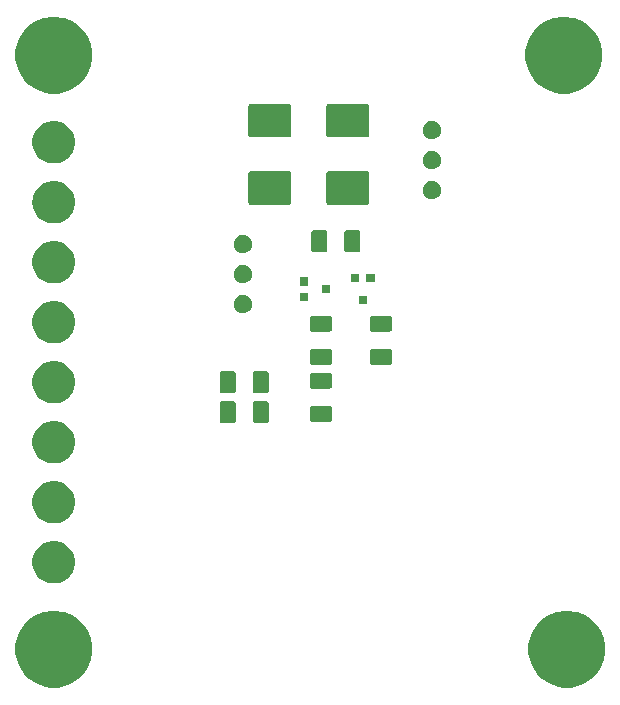
<source format=gbr>
G04 #@! TF.GenerationSoftware,KiCad,Pcbnew,(5.1.5)-3*
G04 #@! TF.CreationDate,2022-05-11T11:14:05-04:00*
G04 #@! TF.ProjectId,FuzzFace,46757a7a-4661-4636-952e-6b696361645f,rev?*
G04 #@! TF.SameCoordinates,Original*
G04 #@! TF.FileFunction,Soldermask,Top*
G04 #@! TF.FilePolarity,Negative*
%FSLAX46Y46*%
G04 Gerber Fmt 4.6, Leading zero omitted, Abs format (unit mm)*
G04 Created by KiCad (PCBNEW (5.1.5)-3) date 2022-05-11 11:14:05*
%MOMM*%
%LPD*%
G04 APERTURE LIST*
%ADD10C,0.100000*%
G04 APERTURE END LIST*
D10*
G36*
X99948239Y-77837467D02*
G01*
X100262282Y-77899934D01*
X100853926Y-78145001D01*
X101386392Y-78500784D01*
X101839216Y-78953608D01*
X102194999Y-79486074D01*
X102440066Y-80077718D01*
X102565000Y-80705804D01*
X102565000Y-81346196D01*
X102440066Y-81974282D01*
X102194999Y-82565926D01*
X101839216Y-83098392D01*
X101386392Y-83551216D01*
X100853926Y-83906999D01*
X100262282Y-84152066D01*
X99948239Y-84214533D01*
X99634197Y-84277000D01*
X98993803Y-84277000D01*
X98679761Y-84214533D01*
X98365718Y-84152066D01*
X97774074Y-83906999D01*
X97241608Y-83551216D01*
X96788784Y-83098392D01*
X96433001Y-82565926D01*
X96187934Y-81974282D01*
X96063000Y-81346196D01*
X96063000Y-80705804D01*
X96187934Y-80077718D01*
X96433001Y-79486074D01*
X96788784Y-78953608D01*
X97241608Y-78500784D01*
X97774074Y-78145001D01*
X98365718Y-77899934D01*
X98679761Y-77837467D01*
X98993803Y-77775000D01*
X99634197Y-77775000D01*
X99948239Y-77837467D01*
G37*
G36*
X56514239Y-77837467D02*
G01*
X56828282Y-77899934D01*
X57419926Y-78145001D01*
X57952392Y-78500784D01*
X58405216Y-78953608D01*
X58760999Y-79486074D01*
X59006066Y-80077718D01*
X59131000Y-80705804D01*
X59131000Y-81346196D01*
X59006066Y-81974282D01*
X58760999Y-82565926D01*
X58405216Y-83098392D01*
X57952392Y-83551216D01*
X57419926Y-83906999D01*
X56828282Y-84152066D01*
X56514239Y-84214533D01*
X56200197Y-84277000D01*
X55559803Y-84277000D01*
X55245761Y-84214533D01*
X54931718Y-84152066D01*
X54340074Y-83906999D01*
X53807608Y-83551216D01*
X53354784Y-83098392D01*
X52999001Y-82565926D01*
X52753934Y-81974282D01*
X52629000Y-81346196D01*
X52629000Y-80705804D01*
X52753934Y-80077718D01*
X52999001Y-79486074D01*
X53354784Y-78953608D01*
X53807608Y-78500784D01*
X54340074Y-78145001D01*
X54931718Y-77899934D01*
X55245761Y-77837467D01*
X55559803Y-77775000D01*
X56200197Y-77775000D01*
X56514239Y-77837467D01*
G37*
G36*
X56106905Y-71868789D02*
G01*
X56405350Y-71928153D01*
X56733122Y-72063921D01*
X57028109Y-72261025D01*
X57278975Y-72511891D01*
X57476079Y-72806878D01*
X57611847Y-73134650D01*
X57681060Y-73482611D01*
X57681060Y-73837389D01*
X57611847Y-74185350D01*
X57476079Y-74513122D01*
X57278975Y-74808109D01*
X57028109Y-75058975D01*
X56733122Y-75256079D01*
X56405350Y-75391847D01*
X56106905Y-75451211D01*
X56057390Y-75461060D01*
X55702610Y-75461060D01*
X55653095Y-75451211D01*
X55354650Y-75391847D01*
X55026878Y-75256079D01*
X54731891Y-75058975D01*
X54481025Y-74808109D01*
X54283921Y-74513122D01*
X54148153Y-74185350D01*
X54078940Y-73837389D01*
X54078940Y-73482611D01*
X54148153Y-73134650D01*
X54283921Y-72806878D01*
X54481025Y-72511891D01*
X54731891Y-72261025D01*
X55026878Y-72063921D01*
X55354650Y-71928153D01*
X55653095Y-71868789D01*
X55702610Y-71858940D01*
X56057390Y-71858940D01*
X56106905Y-71868789D01*
G37*
G36*
X56106905Y-66788789D02*
G01*
X56405350Y-66848153D01*
X56733122Y-66983921D01*
X57028109Y-67181025D01*
X57278975Y-67431891D01*
X57476079Y-67726878D01*
X57611847Y-68054650D01*
X57681060Y-68402611D01*
X57681060Y-68757389D01*
X57611847Y-69105350D01*
X57476079Y-69433122D01*
X57278975Y-69728109D01*
X57028109Y-69978975D01*
X56733122Y-70176079D01*
X56405350Y-70311847D01*
X56106905Y-70371211D01*
X56057390Y-70381060D01*
X55702610Y-70381060D01*
X55653095Y-70371211D01*
X55354650Y-70311847D01*
X55026878Y-70176079D01*
X54731891Y-69978975D01*
X54481025Y-69728109D01*
X54283921Y-69433122D01*
X54148153Y-69105350D01*
X54078940Y-68757389D01*
X54078940Y-68402611D01*
X54148153Y-68054650D01*
X54283921Y-67726878D01*
X54481025Y-67431891D01*
X54731891Y-67181025D01*
X55026878Y-66983921D01*
X55354650Y-66848153D01*
X55653095Y-66788789D01*
X55702610Y-66778940D01*
X56057390Y-66778940D01*
X56106905Y-66788789D01*
G37*
G36*
X56104652Y-61708341D02*
G01*
X56405350Y-61768153D01*
X56733122Y-61903921D01*
X57028109Y-62101025D01*
X57278975Y-62351891D01*
X57476079Y-62646878D01*
X57611847Y-62974650D01*
X57681060Y-63322611D01*
X57681060Y-63677389D01*
X57611847Y-64025350D01*
X57476079Y-64353122D01*
X57278975Y-64648109D01*
X57028109Y-64898975D01*
X56733122Y-65096079D01*
X56405350Y-65231847D01*
X56106905Y-65291211D01*
X56057390Y-65301060D01*
X55702610Y-65301060D01*
X55653095Y-65291211D01*
X55354650Y-65231847D01*
X55026878Y-65096079D01*
X54731891Y-64898975D01*
X54481025Y-64648109D01*
X54283921Y-64353122D01*
X54148153Y-64025350D01*
X54078940Y-63677389D01*
X54078940Y-63322611D01*
X54148153Y-62974650D01*
X54283921Y-62646878D01*
X54481025Y-62351891D01*
X54731891Y-62101025D01*
X55026878Y-61903921D01*
X55354650Y-61768153D01*
X55655348Y-61708341D01*
X55702610Y-61698940D01*
X56057390Y-61698940D01*
X56104652Y-61708341D01*
G37*
G36*
X71130604Y-60038347D02*
G01*
X71167144Y-60049432D01*
X71200821Y-60067433D01*
X71230341Y-60091659D01*
X71254567Y-60121179D01*
X71272568Y-60154856D01*
X71283653Y-60191396D01*
X71288000Y-60235538D01*
X71288000Y-61684462D01*
X71283653Y-61728604D01*
X71272568Y-61765144D01*
X71254567Y-61798821D01*
X71230341Y-61828341D01*
X71200821Y-61852567D01*
X71167144Y-61870568D01*
X71130604Y-61881653D01*
X71086462Y-61886000D01*
X70137538Y-61886000D01*
X70093396Y-61881653D01*
X70056856Y-61870568D01*
X70023179Y-61852567D01*
X69993659Y-61828341D01*
X69969433Y-61798821D01*
X69951432Y-61765144D01*
X69940347Y-61728604D01*
X69936000Y-61684462D01*
X69936000Y-60235538D01*
X69940347Y-60191396D01*
X69951432Y-60154856D01*
X69969433Y-60121179D01*
X69993659Y-60091659D01*
X70023179Y-60067433D01*
X70056856Y-60049432D01*
X70093396Y-60038347D01*
X70137538Y-60034000D01*
X71086462Y-60034000D01*
X71130604Y-60038347D01*
G37*
G36*
X73930604Y-60038347D02*
G01*
X73967144Y-60049432D01*
X74000821Y-60067433D01*
X74030341Y-60091659D01*
X74054567Y-60121179D01*
X74072568Y-60154856D01*
X74083653Y-60191396D01*
X74088000Y-60235538D01*
X74088000Y-61684462D01*
X74083653Y-61728604D01*
X74072568Y-61765144D01*
X74054567Y-61798821D01*
X74030341Y-61828341D01*
X74000821Y-61852567D01*
X73967144Y-61870568D01*
X73930604Y-61881653D01*
X73886462Y-61886000D01*
X72937538Y-61886000D01*
X72893396Y-61881653D01*
X72856856Y-61870568D01*
X72823179Y-61852567D01*
X72793659Y-61828341D01*
X72769433Y-61798821D01*
X72751432Y-61765144D01*
X72740347Y-61728604D01*
X72736000Y-61684462D01*
X72736000Y-60235538D01*
X72740347Y-60191396D01*
X72751432Y-60154856D01*
X72769433Y-60121179D01*
X72793659Y-60091659D01*
X72823179Y-60067433D01*
X72856856Y-60049432D01*
X72893396Y-60038347D01*
X72937538Y-60034000D01*
X73886462Y-60034000D01*
X73930604Y-60038347D01*
G37*
G36*
X79254604Y-60418347D02*
G01*
X79291144Y-60429432D01*
X79324821Y-60447433D01*
X79354341Y-60471659D01*
X79378567Y-60501179D01*
X79396568Y-60534856D01*
X79407653Y-60571396D01*
X79412000Y-60615538D01*
X79412000Y-61564462D01*
X79407653Y-61608604D01*
X79396568Y-61645144D01*
X79378567Y-61678821D01*
X79354341Y-61708341D01*
X79324821Y-61732567D01*
X79291144Y-61750568D01*
X79254604Y-61761653D01*
X79210462Y-61766000D01*
X77761538Y-61766000D01*
X77717396Y-61761653D01*
X77680856Y-61750568D01*
X77647179Y-61732567D01*
X77617659Y-61708341D01*
X77593433Y-61678821D01*
X77575432Y-61645144D01*
X77564347Y-61608604D01*
X77560000Y-61564462D01*
X77560000Y-60615538D01*
X77564347Y-60571396D01*
X77575432Y-60534856D01*
X77593433Y-60501179D01*
X77617659Y-60471659D01*
X77647179Y-60447433D01*
X77680856Y-60429432D01*
X77717396Y-60418347D01*
X77761538Y-60414000D01*
X79210462Y-60414000D01*
X79254604Y-60418347D01*
G37*
G36*
X56106905Y-56628789D02*
G01*
X56405350Y-56688153D01*
X56733122Y-56823921D01*
X57028109Y-57021025D01*
X57278975Y-57271891D01*
X57476079Y-57566878D01*
X57611847Y-57894650D01*
X57681060Y-58242611D01*
X57681060Y-58597389D01*
X57611847Y-58945350D01*
X57476079Y-59273122D01*
X57278975Y-59568109D01*
X57028109Y-59818975D01*
X56733122Y-60016079D01*
X56405350Y-60151847D01*
X56106905Y-60211211D01*
X56057390Y-60221060D01*
X55702610Y-60221060D01*
X55653095Y-60211211D01*
X55354650Y-60151847D01*
X55026878Y-60016079D01*
X54731891Y-59818975D01*
X54481025Y-59568109D01*
X54283921Y-59273122D01*
X54148153Y-58945350D01*
X54078940Y-58597389D01*
X54078940Y-58242611D01*
X54148153Y-57894650D01*
X54283921Y-57566878D01*
X54481025Y-57271891D01*
X54731891Y-57021025D01*
X55026878Y-56823921D01*
X55354650Y-56688153D01*
X55653095Y-56628789D01*
X55702610Y-56618940D01*
X56057390Y-56618940D01*
X56106905Y-56628789D01*
G37*
G36*
X71124604Y-57498347D02*
G01*
X71161144Y-57509432D01*
X71194821Y-57527433D01*
X71224341Y-57551659D01*
X71248567Y-57581179D01*
X71266568Y-57614856D01*
X71277653Y-57651396D01*
X71282000Y-57695538D01*
X71282000Y-59144462D01*
X71277653Y-59188604D01*
X71266568Y-59225144D01*
X71248567Y-59258821D01*
X71224341Y-59288341D01*
X71194821Y-59312567D01*
X71161144Y-59330568D01*
X71124604Y-59341653D01*
X71080462Y-59346000D01*
X70131538Y-59346000D01*
X70087396Y-59341653D01*
X70050856Y-59330568D01*
X70017179Y-59312567D01*
X69987659Y-59288341D01*
X69963433Y-59258821D01*
X69945432Y-59225144D01*
X69934347Y-59188604D01*
X69930000Y-59144462D01*
X69930000Y-57695538D01*
X69934347Y-57651396D01*
X69945432Y-57614856D01*
X69963433Y-57581179D01*
X69987659Y-57551659D01*
X70017179Y-57527433D01*
X70050856Y-57509432D01*
X70087396Y-57498347D01*
X70131538Y-57494000D01*
X71080462Y-57494000D01*
X71124604Y-57498347D01*
G37*
G36*
X73924604Y-57498347D02*
G01*
X73961144Y-57509432D01*
X73994821Y-57527433D01*
X74024341Y-57551659D01*
X74048567Y-57581179D01*
X74066568Y-57614856D01*
X74077653Y-57651396D01*
X74082000Y-57695538D01*
X74082000Y-59144462D01*
X74077653Y-59188604D01*
X74066568Y-59225144D01*
X74048567Y-59258821D01*
X74024341Y-59288341D01*
X73994821Y-59312567D01*
X73961144Y-59330568D01*
X73924604Y-59341653D01*
X73880462Y-59346000D01*
X72931538Y-59346000D01*
X72887396Y-59341653D01*
X72850856Y-59330568D01*
X72817179Y-59312567D01*
X72787659Y-59288341D01*
X72763433Y-59258821D01*
X72745432Y-59225144D01*
X72734347Y-59188604D01*
X72730000Y-59144462D01*
X72730000Y-57695538D01*
X72734347Y-57651396D01*
X72745432Y-57614856D01*
X72763433Y-57581179D01*
X72787659Y-57551659D01*
X72817179Y-57527433D01*
X72850856Y-57509432D01*
X72887396Y-57498347D01*
X72931538Y-57494000D01*
X73880462Y-57494000D01*
X73924604Y-57498347D01*
G37*
G36*
X79254604Y-57618347D02*
G01*
X79291144Y-57629432D01*
X79324821Y-57647433D01*
X79354341Y-57671659D01*
X79378567Y-57701179D01*
X79396568Y-57734856D01*
X79407653Y-57771396D01*
X79412000Y-57815538D01*
X79412000Y-58764462D01*
X79407653Y-58808604D01*
X79396568Y-58845144D01*
X79378567Y-58878821D01*
X79354341Y-58908341D01*
X79324821Y-58932567D01*
X79291144Y-58950568D01*
X79254604Y-58961653D01*
X79210462Y-58966000D01*
X77761538Y-58966000D01*
X77717396Y-58961653D01*
X77680856Y-58950568D01*
X77647179Y-58932567D01*
X77617659Y-58908341D01*
X77593433Y-58878821D01*
X77575432Y-58845144D01*
X77564347Y-58808604D01*
X77560000Y-58764462D01*
X77560000Y-57815538D01*
X77564347Y-57771396D01*
X77575432Y-57734856D01*
X77593433Y-57701179D01*
X77617659Y-57671659D01*
X77647179Y-57647433D01*
X77680856Y-57629432D01*
X77717396Y-57618347D01*
X77761538Y-57614000D01*
X79210462Y-57614000D01*
X79254604Y-57618347D01*
G37*
G36*
X79254604Y-55592347D02*
G01*
X79291144Y-55603432D01*
X79324821Y-55621433D01*
X79354341Y-55645659D01*
X79378567Y-55675179D01*
X79396568Y-55708856D01*
X79407653Y-55745396D01*
X79412000Y-55789538D01*
X79412000Y-56738462D01*
X79407653Y-56782604D01*
X79396568Y-56819144D01*
X79378567Y-56852821D01*
X79354341Y-56882341D01*
X79324821Y-56906567D01*
X79291144Y-56924568D01*
X79254604Y-56935653D01*
X79210462Y-56940000D01*
X77761538Y-56940000D01*
X77717396Y-56935653D01*
X77680856Y-56924568D01*
X77647179Y-56906567D01*
X77617659Y-56882341D01*
X77593433Y-56852821D01*
X77575432Y-56819144D01*
X77564347Y-56782604D01*
X77560000Y-56738462D01*
X77560000Y-55789538D01*
X77564347Y-55745396D01*
X77575432Y-55708856D01*
X77593433Y-55675179D01*
X77617659Y-55645659D01*
X77647179Y-55621433D01*
X77680856Y-55603432D01*
X77717396Y-55592347D01*
X77761538Y-55588000D01*
X79210462Y-55588000D01*
X79254604Y-55592347D01*
G37*
G36*
X84334604Y-55592347D02*
G01*
X84371144Y-55603432D01*
X84404821Y-55621433D01*
X84434341Y-55645659D01*
X84458567Y-55675179D01*
X84476568Y-55708856D01*
X84487653Y-55745396D01*
X84492000Y-55789538D01*
X84492000Y-56738462D01*
X84487653Y-56782604D01*
X84476568Y-56819144D01*
X84458567Y-56852821D01*
X84434341Y-56882341D01*
X84404821Y-56906567D01*
X84371144Y-56924568D01*
X84334604Y-56935653D01*
X84290462Y-56940000D01*
X82841538Y-56940000D01*
X82797396Y-56935653D01*
X82760856Y-56924568D01*
X82727179Y-56906567D01*
X82697659Y-56882341D01*
X82673433Y-56852821D01*
X82655432Y-56819144D01*
X82644347Y-56782604D01*
X82640000Y-56738462D01*
X82640000Y-55789538D01*
X82644347Y-55745396D01*
X82655432Y-55708856D01*
X82673433Y-55675179D01*
X82697659Y-55645659D01*
X82727179Y-55621433D01*
X82760856Y-55603432D01*
X82797396Y-55592347D01*
X82841538Y-55588000D01*
X84290462Y-55588000D01*
X84334604Y-55592347D01*
G37*
G36*
X56097910Y-51547000D02*
G01*
X56405350Y-51608153D01*
X56733122Y-51743921D01*
X57028109Y-51941025D01*
X57278975Y-52191891D01*
X57476079Y-52486878D01*
X57611847Y-52814650D01*
X57681060Y-53162611D01*
X57681060Y-53517389D01*
X57611847Y-53865350D01*
X57476079Y-54193122D01*
X57278975Y-54488109D01*
X57028109Y-54738975D01*
X56733122Y-54936079D01*
X56405350Y-55071847D01*
X56106905Y-55131211D01*
X56057390Y-55141060D01*
X55702610Y-55141060D01*
X55653095Y-55131211D01*
X55354650Y-55071847D01*
X55026878Y-54936079D01*
X54731891Y-54738975D01*
X54481025Y-54488109D01*
X54283921Y-54193122D01*
X54148153Y-53865350D01*
X54078940Y-53517389D01*
X54078940Y-53162611D01*
X54148153Y-52814650D01*
X54283921Y-52486878D01*
X54481025Y-52191891D01*
X54731891Y-51941025D01*
X55026878Y-51743921D01*
X55354650Y-51608153D01*
X55662090Y-51547000D01*
X55702610Y-51538940D01*
X56057390Y-51538940D01*
X56097910Y-51547000D01*
G37*
G36*
X79254604Y-52792347D02*
G01*
X79291144Y-52803432D01*
X79324821Y-52821433D01*
X79354341Y-52845659D01*
X79378567Y-52875179D01*
X79396568Y-52908856D01*
X79407653Y-52945396D01*
X79412000Y-52989538D01*
X79412000Y-53938462D01*
X79407653Y-53982604D01*
X79396568Y-54019144D01*
X79378567Y-54052821D01*
X79354341Y-54082341D01*
X79324821Y-54106567D01*
X79291144Y-54124568D01*
X79254604Y-54135653D01*
X79210462Y-54140000D01*
X77761538Y-54140000D01*
X77717396Y-54135653D01*
X77680856Y-54124568D01*
X77647179Y-54106567D01*
X77617659Y-54082341D01*
X77593433Y-54052821D01*
X77575432Y-54019144D01*
X77564347Y-53982604D01*
X77560000Y-53938462D01*
X77560000Y-52989538D01*
X77564347Y-52945396D01*
X77575432Y-52908856D01*
X77593433Y-52875179D01*
X77617659Y-52845659D01*
X77647179Y-52821433D01*
X77680856Y-52803432D01*
X77717396Y-52792347D01*
X77761538Y-52788000D01*
X79210462Y-52788000D01*
X79254604Y-52792347D01*
G37*
G36*
X84334604Y-52792347D02*
G01*
X84371144Y-52803432D01*
X84404821Y-52821433D01*
X84434341Y-52845659D01*
X84458567Y-52875179D01*
X84476568Y-52908856D01*
X84487653Y-52945396D01*
X84492000Y-52989538D01*
X84492000Y-53938462D01*
X84487653Y-53982604D01*
X84476568Y-54019144D01*
X84458567Y-54052821D01*
X84434341Y-54082341D01*
X84404821Y-54106567D01*
X84371144Y-54124568D01*
X84334604Y-54135653D01*
X84290462Y-54140000D01*
X82841538Y-54140000D01*
X82797396Y-54135653D01*
X82760856Y-54124568D01*
X82727179Y-54106567D01*
X82697659Y-54082341D01*
X82673433Y-54052821D01*
X82655432Y-54019144D01*
X82644347Y-53982604D01*
X82640000Y-53938462D01*
X82640000Y-52989538D01*
X82644347Y-52945396D01*
X82655432Y-52908856D01*
X82673433Y-52875179D01*
X82697659Y-52845659D01*
X82727179Y-52821433D01*
X82760856Y-52803432D01*
X82797396Y-52792347D01*
X82841538Y-52788000D01*
X84290462Y-52788000D01*
X84334604Y-52792347D01*
G37*
G36*
X72007589Y-51054876D02*
G01*
X72106893Y-51074629D01*
X72247206Y-51132748D01*
X72373484Y-51217125D01*
X72480875Y-51324516D01*
X72565252Y-51450794D01*
X72623371Y-51591107D01*
X72653000Y-51740063D01*
X72653000Y-51891937D01*
X72623371Y-52040893D01*
X72565252Y-52181206D01*
X72480875Y-52307484D01*
X72373484Y-52414875D01*
X72247206Y-52499252D01*
X72106893Y-52557371D01*
X72007589Y-52577124D01*
X71957938Y-52587000D01*
X71806062Y-52587000D01*
X71756411Y-52577124D01*
X71657107Y-52557371D01*
X71516794Y-52499252D01*
X71390516Y-52414875D01*
X71283125Y-52307484D01*
X71198748Y-52181206D01*
X71140629Y-52040893D01*
X71111000Y-51891937D01*
X71111000Y-51740063D01*
X71140629Y-51591107D01*
X71198748Y-51450794D01*
X71283125Y-51324516D01*
X71390516Y-51217125D01*
X71516794Y-51132748D01*
X71657107Y-51074629D01*
X71756411Y-51054876D01*
X71806062Y-51045000D01*
X71957938Y-51045000D01*
X72007589Y-51054876D01*
G37*
G36*
X82393000Y-51797000D02*
G01*
X81691000Y-51797000D01*
X81691000Y-51145000D01*
X82393000Y-51145000D01*
X82393000Y-51797000D01*
G37*
G36*
X77379000Y-51547000D02*
G01*
X76727000Y-51547000D01*
X76727000Y-50845000D01*
X77379000Y-50845000D01*
X77379000Y-51547000D01*
G37*
G36*
X79229000Y-50897000D02*
G01*
X78577000Y-50897000D01*
X78577000Y-50195000D01*
X79229000Y-50195000D01*
X79229000Y-50897000D01*
G37*
G36*
X77379000Y-50247000D02*
G01*
X76727000Y-50247000D01*
X76727000Y-49545000D01*
X77379000Y-49545000D01*
X77379000Y-50247000D01*
G37*
G36*
X56106905Y-46468789D02*
G01*
X56405350Y-46528153D01*
X56733122Y-46663921D01*
X57028109Y-46861025D01*
X57278975Y-47111891D01*
X57476079Y-47406878D01*
X57611847Y-47734650D01*
X57681060Y-48082611D01*
X57681060Y-48437389D01*
X57611847Y-48785350D01*
X57476079Y-49113122D01*
X57278975Y-49408109D01*
X57028109Y-49658975D01*
X56733122Y-49856079D01*
X56405350Y-49991847D01*
X56128074Y-50047000D01*
X56057390Y-50061060D01*
X55702610Y-50061060D01*
X55631926Y-50047000D01*
X55354650Y-49991847D01*
X55026878Y-49856079D01*
X54731891Y-49658975D01*
X54481025Y-49408109D01*
X54283921Y-49113122D01*
X54148153Y-48785350D01*
X54078940Y-48437389D01*
X54078940Y-48082611D01*
X54148153Y-47734650D01*
X54283921Y-47406878D01*
X54481025Y-47111891D01*
X54731891Y-46861025D01*
X55026878Y-46663921D01*
X55354650Y-46528153D01*
X55653095Y-46468789D01*
X55702610Y-46458940D01*
X56057390Y-46458940D01*
X56106905Y-46468789D01*
G37*
G36*
X72007589Y-48514876D02*
G01*
X72106893Y-48534629D01*
X72247206Y-48592748D01*
X72373484Y-48677125D01*
X72480875Y-48784516D01*
X72565252Y-48910794D01*
X72623371Y-49051107D01*
X72653000Y-49200063D01*
X72653000Y-49351937D01*
X72623371Y-49500893D01*
X72565252Y-49641206D01*
X72480875Y-49767484D01*
X72373484Y-49874875D01*
X72247206Y-49959252D01*
X72106893Y-50017371D01*
X72007589Y-50037124D01*
X71957938Y-50047000D01*
X71806062Y-50047000D01*
X71756411Y-50037124D01*
X71657107Y-50017371D01*
X71516794Y-49959252D01*
X71390516Y-49874875D01*
X71283125Y-49767484D01*
X71198748Y-49641206D01*
X71140629Y-49500893D01*
X71111000Y-49351937D01*
X71111000Y-49200063D01*
X71140629Y-49051107D01*
X71198748Y-48910794D01*
X71283125Y-48784516D01*
X71390516Y-48677125D01*
X71516794Y-48592748D01*
X71657107Y-48534629D01*
X71756411Y-48514876D01*
X71806062Y-48505000D01*
X71957938Y-48505000D01*
X72007589Y-48514876D01*
G37*
G36*
X83043000Y-49947000D02*
G01*
X82341000Y-49947000D01*
X82341000Y-49295000D01*
X83043000Y-49295000D01*
X83043000Y-49947000D01*
G37*
G36*
X81743000Y-49947000D02*
G01*
X81041000Y-49947000D01*
X81041000Y-49295000D01*
X81743000Y-49295000D01*
X81743000Y-49947000D01*
G37*
G36*
X72007589Y-45974876D02*
G01*
X72106893Y-45994629D01*
X72247206Y-46052748D01*
X72373484Y-46137125D01*
X72480875Y-46244516D01*
X72565252Y-46370794D01*
X72623371Y-46511107D01*
X72653000Y-46660063D01*
X72653000Y-46811937D01*
X72623371Y-46960893D01*
X72565252Y-47101206D01*
X72480875Y-47227484D01*
X72373484Y-47334875D01*
X72247206Y-47419252D01*
X72106893Y-47477371D01*
X72007589Y-47497124D01*
X71957938Y-47507000D01*
X71806062Y-47507000D01*
X71756411Y-47497124D01*
X71657107Y-47477371D01*
X71516794Y-47419252D01*
X71390516Y-47334875D01*
X71283125Y-47227484D01*
X71198748Y-47101206D01*
X71140629Y-46960893D01*
X71111000Y-46811937D01*
X71111000Y-46660063D01*
X71140629Y-46511107D01*
X71198748Y-46370794D01*
X71283125Y-46244516D01*
X71390516Y-46137125D01*
X71516794Y-46052748D01*
X71657107Y-45994629D01*
X71756411Y-45974876D01*
X71806062Y-45965000D01*
X71957938Y-45965000D01*
X72007589Y-45974876D01*
G37*
G36*
X81674604Y-45560347D02*
G01*
X81711144Y-45571432D01*
X81744821Y-45589433D01*
X81774341Y-45613659D01*
X81798567Y-45643179D01*
X81816568Y-45676856D01*
X81827653Y-45713396D01*
X81832000Y-45757538D01*
X81832000Y-47206462D01*
X81827653Y-47250604D01*
X81816568Y-47287144D01*
X81798567Y-47320821D01*
X81774341Y-47350341D01*
X81744821Y-47374567D01*
X81711144Y-47392568D01*
X81674604Y-47403653D01*
X81630462Y-47408000D01*
X80681538Y-47408000D01*
X80637396Y-47403653D01*
X80600856Y-47392568D01*
X80567179Y-47374567D01*
X80537659Y-47350341D01*
X80513433Y-47320821D01*
X80495432Y-47287144D01*
X80484347Y-47250604D01*
X80480000Y-47206462D01*
X80480000Y-45757538D01*
X80484347Y-45713396D01*
X80495432Y-45676856D01*
X80513433Y-45643179D01*
X80537659Y-45613659D01*
X80567179Y-45589433D01*
X80600856Y-45571432D01*
X80637396Y-45560347D01*
X80681538Y-45556000D01*
X81630462Y-45556000D01*
X81674604Y-45560347D01*
G37*
G36*
X78874604Y-45560347D02*
G01*
X78911144Y-45571432D01*
X78944821Y-45589433D01*
X78974341Y-45613659D01*
X78998567Y-45643179D01*
X79016568Y-45676856D01*
X79027653Y-45713396D01*
X79032000Y-45757538D01*
X79032000Y-47206462D01*
X79027653Y-47250604D01*
X79016568Y-47287144D01*
X78998567Y-47320821D01*
X78974341Y-47350341D01*
X78944821Y-47374567D01*
X78911144Y-47392568D01*
X78874604Y-47403653D01*
X78830462Y-47408000D01*
X77881538Y-47408000D01*
X77837396Y-47403653D01*
X77800856Y-47392568D01*
X77767179Y-47374567D01*
X77737659Y-47350341D01*
X77713433Y-47320821D01*
X77695432Y-47287144D01*
X77684347Y-47250604D01*
X77680000Y-47206462D01*
X77680000Y-45757538D01*
X77684347Y-45713396D01*
X77695432Y-45676856D01*
X77713433Y-45643179D01*
X77737659Y-45613659D01*
X77767179Y-45589433D01*
X77800856Y-45571432D01*
X77837396Y-45560347D01*
X77881538Y-45556000D01*
X78830462Y-45556000D01*
X78874604Y-45560347D01*
G37*
G36*
X56106905Y-41388789D02*
G01*
X56405350Y-41448153D01*
X56733122Y-41583921D01*
X57028109Y-41781025D01*
X57278975Y-42031891D01*
X57476079Y-42326878D01*
X57611847Y-42654650D01*
X57661718Y-42905371D01*
X57681060Y-43002610D01*
X57681060Y-43357390D01*
X57675167Y-43387017D01*
X57611847Y-43705350D01*
X57476079Y-44033122D01*
X57278975Y-44328109D01*
X57028109Y-44578975D01*
X56733122Y-44776079D01*
X56405350Y-44911847D01*
X56106905Y-44971211D01*
X56057390Y-44981060D01*
X55702610Y-44981060D01*
X55653095Y-44971211D01*
X55354650Y-44911847D01*
X55026878Y-44776079D01*
X54731891Y-44578975D01*
X54481025Y-44328109D01*
X54283921Y-44033122D01*
X54148153Y-43705350D01*
X54084833Y-43387017D01*
X54078940Y-43357390D01*
X54078940Y-43002610D01*
X54098282Y-42905371D01*
X54148153Y-42654650D01*
X54283921Y-42326878D01*
X54481025Y-42031891D01*
X54731891Y-41781025D01*
X55026878Y-41583921D01*
X55354650Y-41448153D01*
X55653095Y-41388789D01*
X55702610Y-41378940D01*
X56057390Y-41378940D01*
X56106905Y-41388789D01*
G37*
G36*
X82446273Y-40568615D02*
G01*
X82475671Y-40577533D01*
X82502754Y-40592009D01*
X82526501Y-40611499D01*
X82545991Y-40635246D01*
X82560467Y-40662329D01*
X82569385Y-40691727D01*
X82573000Y-40728434D01*
X82573000Y-43228566D01*
X82569385Y-43265273D01*
X82560467Y-43294671D01*
X82545991Y-43321754D01*
X82526501Y-43345501D01*
X82502754Y-43364991D01*
X82475671Y-43379467D01*
X82446273Y-43388385D01*
X82409566Y-43392000D01*
X79134434Y-43392000D01*
X79097727Y-43388385D01*
X79068329Y-43379467D01*
X79041246Y-43364991D01*
X79017499Y-43345501D01*
X78998009Y-43321754D01*
X78983533Y-43294671D01*
X78974615Y-43265273D01*
X78971000Y-43228566D01*
X78971000Y-40728434D01*
X78974615Y-40691727D01*
X78983533Y-40662329D01*
X78998009Y-40635246D01*
X79017499Y-40611499D01*
X79041246Y-40592009D01*
X79068329Y-40577533D01*
X79097727Y-40568615D01*
X79134434Y-40565000D01*
X82409566Y-40565000D01*
X82446273Y-40568615D01*
G37*
G36*
X75842273Y-40568615D02*
G01*
X75871671Y-40577533D01*
X75898754Y-40592009D01*
X75922501Y-40611499D01*
X75941991Y-40635246D01*
X75956467Y-40662329D01*
X75965385Y-40691727D01*
X75969000Y-40728434D01*
X75969000Y-43228566D01*
X75965385Y-43265273D01*
X75956467Y-43294671D01*
X75941991Y-43321754D01*
X75922501Y-43345501D01*
X75898754Y-43364991D01*
X75871671Y-43379467D01*
X75842273Y-43388385D01*
X75805566Y-43392000D01*
X72530434Y-43392000D01*
X72493727Y-43388385D01*
X72464329Y-43379467D01*
X72437246Y-43364991D01*
X72413499Y-43345501D01*
X72394009Y-43321754D01*
X72379533Y-43294671D01*
X72370615Y-43265273D01*
X72367000Y-43228566D01*
X72367000Y-40728434D01*
X72370615Y-40691727D01*
X72379533Y-40662329D01*
X72394009Y-40635246D01*
X72413499Y-40611499D01*
X72437246Y-40592009D01*
X72464329Y-40577533D01*
X72493727Y-40568615D01*
X72530434Y-40565000D01*
X75805566Y-40565000D01*
X75842273Y-40568615D01*
G37*
G36*
X88009589Y-41402876D02*
G01*
X88108893Y-41422629D01*
X88249206Y-41480748D01*
X88375484Y-41565125D01*
X88482875Y-41672516D01*
X88567252Y-41798794D01*
X88625371Y-41939107D01*
X88655000Y-42088063D01*
X88655000Y-42239937D01*
X88625371Y-42388893D01*
X88567252Y-42529206D01*
X88482875Y-42655484D01*
X88375484Y-42762875D01*
X88249206Y-42847252D01*
X88108893Y-42905371D01*
X88009589Y-42925124D01*
X87959938Y-42935000D01*
X87808062Y-42935000D01*
X87758411Y-42925124D01*
X87659107Y-42905371D01*
X87518794Y-42847252D01*
X87392516Y-42762875D01*
X87285125Y-42655484D01*
X87200748Y-42529206D01*
X87142629Y-42388893D01*
X87113000Y-42239937D01*
X87113000Y-42088063D01*
X87142629Y-41939107D01*
X87200748Y-41798794D01*
X87285125Y-41672516D01*
X87392516Y-41565125D01*
X87518794Y-41480748D01*
X87659107Y-41422629D01*
X87758411Y-41402876D01*
X87808062Y-41393000D01*
X87959938Y-41393000D01*
X88009589Y-41402876D01*
G37*
G36*
X88009589Y-38862876D02*
G01*
X88108893Y-38882629D01*
X88249206Y-38940748D01*
X88375484Y-39025125D01*
X88482875Y-39132516D01*
X88567252Y-39258794D01*
X88625371Y-39399107D01*
X88655000Y-39548063D01*
X88655000Y-39699937D01*
X88625371Y-39848893D01*
X88567252Y-39989206D01*
X88482875Y-40115484D01*
X88375484Y-40222875D01*
X88249206Y-40307252D01*
X88108893Y-40365371D01*
X88009589Y-40385124D01*
X87959938Y-40395000D01*
X87808062Y-40395000D01*
X87758411Y-40385124D01*
X87659107Y-40365371D01*
X87518794Y-40307252D01*
X87392516Y-40222875D01*
X87285125Y-40115484D01*
X87200748Y-39989206D01*
X87142629Y-39848893D01*
X87113000Y-39699937D01*
X87113000Y-39548063D01*
X87142629Y-39399107D01*
X87200748Y-39258794D01*
X87285125Y-39132516D01*
X87392516Y-39025125D01*
X87518794Y-38940748D01*
X87659107Y-38882629D01*
X87758411Y-38862876D01*
X87808062Y-38853000D01*
X87959938Y-38853000D01*
X88009589Y-38862876D01*
G37*
G36*
X56106905Y-36308789D02*
G01*
X56405350Y-36368153D01*
X56733122Y-36503921D01*
X57028109Y-36701025D01*
X57278975Y-36951891D01*
X57476079Y-37246878D01*
X57611847Y-37574650D01*
X57681060Y-37922611D01*
X57681060Y-38277389D01*
X57611847Y-38625350D01*
X57476079Y-38953122D01*
X57278975Y-39248109D01*
X57028109Y-39498975D01*
X56733122Y-39696079D01*
X56405350Y-39831847D01*
X56106905Y-39891211D01*
X56057390Y-39901060D01*
X55702610Y-39901060D01*
X55653095Y-39891211D01*
X55354650Y-39831847D01*
X55026878Y-39696079D01*
X54731891Y-39498975D01*
X54481025Y-39248109D01*
X54283921Y-38953122D01*
X54148153Y-38625350D01*
X54078940Y-38277389D01*
X54078940Y-37922611D01*
X54148153Y-37574650D01*
X54283921Y-37246878D01*
X54481025Y-36951891D01*
X54731891Y-36701025D01*
X55026878Y-36503921D01*
X55354650Y-36368153D01*
X55653095Y-36308789D01*
X55702610Y-36298940D01*
X56057390Y-36298940D01*
X56106905Y-36308789D01*
G37*
G36*
X88009589Y-36322876D02*
G01*
X88108893Y-36342629D01*
X88249206Y-36400748D01*
X88375484Y-36485125D01*
X88482875Y-36592516D01*
X88567252Y-36718794D01*
X88625371Y-36859107D01*
X88655000Y-37008063D01*
X88655000Y-37159937D01*
X88625371Y-37308893D01*
X88567252Y-37449206D01*
X88482875Y-37575484D01*
X88375484Y-37682875D01*
X88249206Y-37767252D01*
X88108893Y-37825371D01*
X88009589Y-37845124D01*
X87959938Y-37855000D01*
X87808062Y-37855000D01*
X87758411Y-37845124D01*
X87659107Y-37825371D01*
X87518794Y-37767252D01*
X87392516Y-37682875D01*
X87285125Y-37575484D01*
X87200748Y-37449206D01*
X87142629Y-37308893D01*
X87113000Y-37159937D01*
X87113000Y-37008063D01*
X87142629Y-36859107D01*
X87200748Y-36718794D01*
X87285125Y-36592516D01*
X87392516Y-36485125D01*
X87518794Y-36400748D01*
X87659107Y-36342629D01*
X87758411Y-36322876D01*
X87808062Y-36313000D01*
X87959938Y-36313000D01*
X88009589Y-36322876D01*
G37*
G36*
X75842273Y-34843615D02*
G01*
X75871671Y-34852533D01*
X75898754Y-34867009D01*
X75922501Y-34886499D01*
X75941991Y-34910246D01*
X75956467Y-34937329D01*
X75965385Y-34966727D01*
X75969000Y-35003434D01*
X75969000Y-37503566D01*
X75965385Y-37540273D01*
X75956467Y-37569671D01*
X75941991Y-37596754D01*
X75922501Y-37620501D01*
X75898754Y-37639991D01*
X75871671Y-37654467D01*
X75842273Y-37663385D01*
X75805566Y-37667000D01*
X72530434Y-37667000D01*
X72493727Y-37663385D01*
X72464329Y-37654467D01*
X72437246Y-37639991D01*
X72413499Y-37620501D01*
X72394009Y-37596754D01*
X72379533Y-37569671D01*
X72370615Y-37540273D01*
X72367000Y-37503566D01*
X72367000Y-35003434D01*
X72370615Y-34966727D01*
X72379533Y-34937329D01*
X72394009Y-34910246D01*
X72413499Y-34886499D01*
X72437246Y-34867009D01*
X72464329Y-34852533D01*
X72493727Y-34843615D01*
X72530434Y-34840000D01*
X75805566Y-34840000D01*
X75842273Y-34843615D01*
G37*
G36*
X82446273Y-34843615D02*
G01*
X82475671Y-34852533D01*
X82502754Y-34867009D01*
X82526501Y-34886499D01*
X82545991Y-34910246D01*
X82560467Y-34937329D01*
X82569385Y-34966727D01*
X82573000Y-35003434D01*
X82573000Y-37503566D01*
X82569385Y-37540273D01*
X82560467Y-37569671D01*
X82545991Y-37596754D01*
X82526501Y-37620501D01*
X82502754Y-37639991D01*
X82475671Y-37654467D01*
X82446273Y-37663385D01*
X82409566Y-37667000D01*
X79134434Y-37667000D01*
X79097727Y-37663385D01*
X79068329Y-37654467D01*
X79041246Y-37639991D01*
X79017499Y-37620501D01*
X78998009Y-37596754D01*
X78983533Y-37569671D01*
X78974615Y-37540273D01*
X78971000Y-37503566D01*
X78971000Y-35003434D01*
X78974615Y-34966727D01*
X78983533Y-34937329D01*
X78998009Y-34910246D01*
X79017499Y-34886499D01*
X79041246Y-34867009D01*
X79068329Y-34852533D01*
X79097727Y-34843615D01*
X79134434Y-34840000D01*
X82409566Y-34840000D01*
X82446273Y-34843615D01*
G37*
G36*
X56514239Y-27545467D02*
G01*
X56828282Y-27607934D01*
X57419926Y-27853001D01*
X57952392Y-28208784D01*
X58405216Y-28661608D01*
X58760999Y-29194074D01*
X59006066Y-29785718D01*
X59131000Y-30413804D01*
X59131000Y-31054196D01*
X59006066Y-31682282D01*
X58760999Y-32273926D01*
X58405216Y-32806392D01*
X57952392Y-33259216D01*
X57419926Y-33614999D01*
X56828282Y-33860066D01*
X56514239Y-33922533D01*
X56200197Y-33985000D01*
X55559803Y-33985000D01*
X55245761Y-33922533D01*
X54931718Y-33860066D01*
X54340074Y-33614999D01*
X53807608Y-33259216D01*
X53354784Y-32806392D01*
X52999001Y-32273926D01*
X52753934Y-31682282D01*
X52629000Y-31054196D01*
X52629000Y-30413804D01*
X52753934Y-29785718D01*
X52999001Y-29194074D01*
X53354784Y-28661608D01*
X53807608Y-28208784D01*
X54340074Y-27853001D01*
X54931718Y-27607934D01*
X55245761Y-27545467D01*
X55559803Y-27483000D01*
X56200197Y-27483000D01*
X56514239Y-27545467D01*
G37*
G36*
X99694239Y-27545467D02*
G01*
X100008282Y-27607934D01*
X100599926Y-27853001D01*
X101132392Y-28208784D01*
X101585216Y-28661608D01*
X101940999Y-29194074D01*
X102186066Y-29785718D01*
X102311000Y-30413804D01*
X102311000Y-31054196D01*
X102186066Y-31682282D01*
X101940999Y-32273926D01*
X101585216Y-32806392D01*
X101132392Y-33259216D01*
X100599926Y-33614999D01*
X100008282Y-33860066D01*
X99694239Y-33922533D01*
X99380197Y-33985000D01*
X98739803Y-33985000D01*
X98425761Y-33922533D01*
X98111718Y-33860066D01*
X97520074Y-33614999D01*
X96987608Y-33259216D01*
X96534784Y-32806392D01*
X96179001Y-32273926D01*
X95933934Y-31682282D01*
X95809000Y-31054196D01*
X95809000Y-30413804D01*
X95933934Y-29785718D01*
X96179001Y-29194074D01*
X96534784Y-28661608D01*
X96987608Y-28208784D01*
X97520074Y-27853001D01*
X98111718Y-27607934D01*
X98425761Y-27545467D01*
X98739803Y-27483000D01*
X99380197Y-27483000D01*
X99694239Y-27545467D01*
G37*
M02*

</source>
